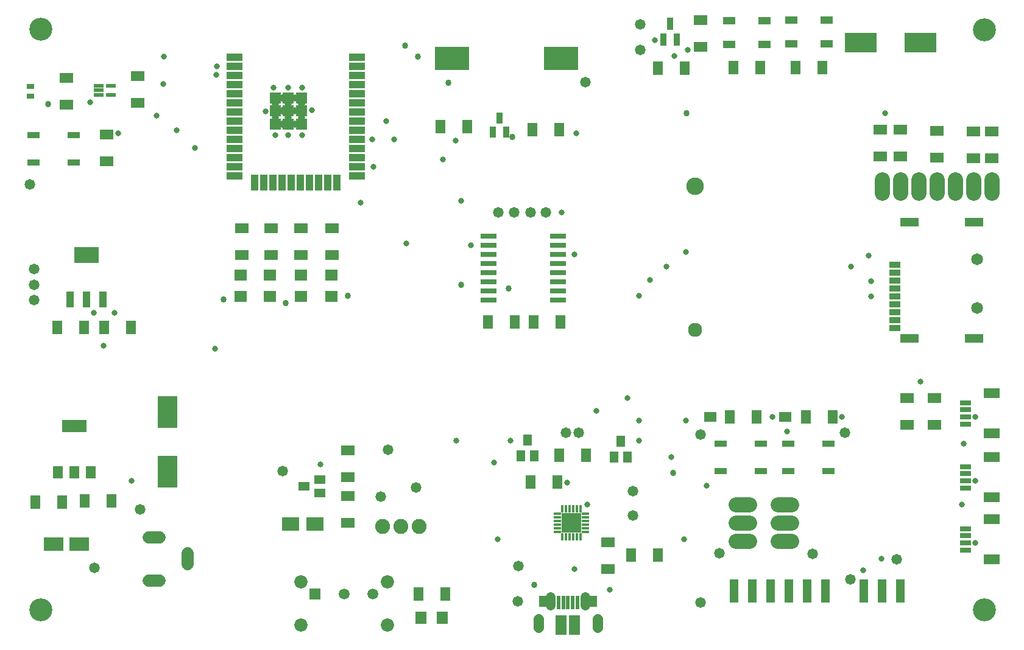
<source format=gbr>
G04 EAGLE Gerber RS-274X export*
G75*
%MOMM*%
%FSLAX34Y34*%
%LPD*%
%INSoldermask Top*%
%IPPOS*%
%AMOC8*
5,1,8,0,0,1.08239X$1,22.5*%
G01*
%ADD10C,3.203200*%
%ADD11R,2.203200X1.103200*%
%ADD12R,1.103200X2.203200*%
%ADD13R,1.533200X1.533200*%
%ADD14C,1.011200*%
%ADD15R,1.400000X1.900000*%
%ADD16R,1.900000X1.400000*%
%ADD17R,1.700000X1.500000*%
%ADD18R,1.500000X1.700000*%
%ADD19R,1.727200X0.965200*%
%ADD20C,1.473200*%
%ADD21R,1.203200X3.203200*%
%ADD22R,1.117600X0.457200*%
%ADD23R,0.457200X1.117600*%
%ADD24R,2.743200X2.743200*%
%ADD25R,1.203200X1.603200*%
%ADD26R,1.603200X1.203200*%
%ADD27R,2.387600X1.854200*%
%ADD28R,1.104800X2.269200*%
%ADD29R,3.404800X2.269200*%
%ADD30R,1.353200X0.553200*%
%ADD31R,1.092200X0.755700*%
%ADD32R,0.838200X1.600200*%
%ADD33R,4.703200X3.203200*%
%ADD34R,2.203200X1.403200*%
%ADD35R,1.553200X0.803200*%
%ADD36R,1.703200X1.103200*%
%ADD37R,0.812800X1.778000*%
%ADD38R,4.503200X2.703200*%
%ADD39R,2.286000X0.736600*%
%ADD40C,1.958200*%
%ADD41C,2.453200*%
%ADD42R,1.600200X0.812800*%
%ADD43R,2.590800X1.295400*%
%ADD44C,1.651000*%
%ADD45C,2.082800*%
%ADD46R,2.205431X1.646941*%
%ADD47R,2.197381X1.646731*%
%ADD48R,0.603200X1.953200*%
%ADD49R,1.578200X2.703200*%
%ADD50C,1.361200*%
%ADD51C,1.411200*%
%ADD52C,2.082800*%
%ADD53C,1.711200*%
%ADD54R,1.403200X1.803200*%
%ADD55R,3.503200X1.803200*%
%ADD56C,1.838200*%
%ADD57R,1.501200X1.501200*%
%ADD58C,1.501200*%
%ADD59R,2.764600X1.833200*%
%ADD60R,2.703200X4.503200*%
%ADD61R,0.838200X1.473200*%
%ADD62C,0.808000*%
%ADD63C,0.858000*%


D10*
X1352550Y847090D03*
X1352550Y40640D03*
X40640Y848360D03*
X40640Y40640D03*
D11*
X309970Y809520D03*
X309970Y796820D03*
X309970Y784120D03*
X309970Y771420D03*
X309970Y758720D03*
X309970Y746020D03*
X309970Y733320D03*
X309970Y720620D03*
X309970Y707920D03*
X309970Y695220D03*
X309970Y682520D03*
X309970Y669820D03*
X309970Y657120D03*
X309970Y644420D03*
D12*
X337820Y634420D03*
X350520Y634420D03*
X363220Y634420D03*
X375920Y634420D03*
X388620Y634420D03*
X401320Y634420D03*
X414020Y634420D03*
X426720Y634420D03*
X439420Y634420D03*
X452120Y634420D03*
D11*
X479970Y644420D03*
X479970Y657120D03*
X479970Y669820D03*
X479970Y682520D03*
X479970Y695220D03*
X479970Y707920D03*
X479970Y720620D03*
X479970Y733320D03*
X479970Y746020D03*
X479970Y758720D03*
X479970Y771420D03*
X479970Y784120D03*
X479970Y796820D03*
X479970Y809520D03*
D13*
X366620Y752870D03*
X384970Y752870D03*
X403320Y752870D03*
X366620Y734520D03*
X384970Y734520D03*
X403320Y734520D03*
X366620Y716170D03*
X384970Y716170D03*
X403320Y716170D03*
D14*
X375795Y752870D03*
X394145Y752870D03*
X366620Y743695D03*
X384970Y743695D03*
X403320Y743695D03*
X375795Y734520D03*
X394145Y734520D03*
X366620Y725345D03*
X384970Y725345D03*
X403320Y725345D03*
X375795Y716170D03*
X394145Y716170D03*
D15*
X1035770Y308610D03*
X998770Y308610D03*
D16*
X1244600Y297730D03*
X1244600Y334730D03*
X1282700Y297730D03*
X1282700Y334730D03*
D17*
X444500Y506490D03*
X444500Y476490D03*
D16*
X445770Y533950D03*
X445770Y570950D03*
D18*
X569200Y29210D03*
X599200Y29210D03*
D15*
X565700Y62230D03*
X602700Y62230D03*
X1104180Y308610D03*
X1141180Y308610D03*
D19*
X1079500Y271780D03*
X1135380Y271780D03*
X1079500Y233680D03*
X1135380Y233680D03*
X985520Y271780D03*
X1041400Y271780D03*
X985520Y233680D03*
X1041400Y233680D03*
D20*
X1158240Y287020D03*
X957580Y284480D03*
D21*
X1080770Y66510D03*
X1106170Y66510D03*
X1131570Y66510D03*
X1055370Y66510D03*
X1029970Y66510D03*
X1004570Y66510D03*
D20*
X1113790Y118110D03*
X957580Y50800D03*
X984250Y119380D03*
X1165860Y82550D03*
X1230630Y110490D03*
D21*
X1184910Y66510D03*
X1210310Y66510D03*
X1235710Y66510D03*
D15*
X798280Y255270D03*
X761280Y255270D03*
X721910Y218440D03*
X758910Y218440D03*
D22*
X759079Y173793D03*
X759079Y168792D03*
X759079Y163791D03*
X759079Y158789D03*
X759079Y153788D03*
X759079Y148787D03*
D23*
X766007Y141859D03*
X771008Y141859D03*
X776009Y141859D03*
X781011Y141859D03*
X786012Y141859D03*
X791013Y141859D03*
D22*
X797941Y148787D03*
X797941Y153788D03*
X797941Y158789D03*
X797941Y163791D03*
X797941Y168792D03*
X797941Y173793D03*
D23*
X791013Y180721D03*
X786012Y180721D03*
X781011Y180721D03*
X776009Y180721D03*
X771008Y180721D03*
X766007Y180721D03*
D24*
X778510Y161290D03*
D15*
X861610Y116840D03*
X898610Y116840D03*
D16*
X829310Y134070D03*
X829310Y97070D03*
D25*
X847090Y275160D03*
X856590Y253160D03*
X837590Y253160D03*
X717550Y276430D03*
X727050Y254430D03*
X708050Y254430D03*
D20*
X703580Y52070D03*
X704850Y101600D03*
X863600Y205740D03*
X863600Y171450D03*
X770890Y287020D03*
X788670Y287020D03*
D16*
X467360Y198840D03*
X467360Y161840D03*
X467360Y262340D03*
X467360Y225340D03*
D26*
X406830Y212090D03*
X428830Y221590D03*
X428830Y202590D03*
D27*
X388112Y160020D03*
X422148Y160020D03*
D20*
X513080Y198120D03*
X377190Y233680D03*
X562610Y210820D03*
X523240Y262890D03*
D28*
X81140Y472162D03*
X104140Y472162D03*
X127140Y472162D03*
D29*
X104140Y533678D03*
D15*
X101050Y433070D03*
X64050Y433070D03*
X128820Y433070D03*
X165820Y433070D03*
D20*
X31750Y514350D03*
X31750Y492760D03*
X31750Y471170D03*
D16*
X175260Y783040D03*
X175260Y746040D03*
D30*
X121040Y769770D03*
X121040Y763270D03*
X121040Y756770D03*
X138040Y756770D03*
X138040Y769770D03*
D31*
X26670Y755238D03*
X26670Y768763D03*
D16*
X76200Y743500D03*
X76200Y780500D03*
D19*
X86360Y662940D03*
X30480Y662940D03*
X86360Y701040D03*
X30480Y701040D03*
D16*
X132080Y664760D03*
X132080Y701760D03*
D20*
X25400Y632460D03*
D32*
X668680Y705210D03*
X687680Y705210D03*
X678180Y724810D03*
D15*
X724450Y708660D03*
X761450Y708660D03*
X596180Y712470D03*
X633180Y712470D03*
D33*
X764340Y807720D03*
X612340Y807720D03*
D20*
X797560Y774700D03*
D34*
X1362630Y110430D03*
X1362630Y166430D03*
D35*
X1325880Y123430D03*
X1325880Y133430D03*
X1325880Y143430D03*
X1325880Y153430D03*
D34*
X1362630Y196790D03*
X1362630Y252790D03*
D35*
X1325880Y209790D03*
X1325880Y219790D03*
X1325880Y229790D03*
X1325880Y239790D03*
D34*
X1362630Y285690D03*
X1362630Y341690D03*
D35*
X1325880Y298690D03*
X1325880Y308690D03*
X1325880Y318690D03*
X1325880Y328690D03*
D36*
X1046850Y826780D03*
X1046850Y859780D03*
X997850Y826780D03*
X997850Y859780D03*
D37*
X906145Y833628D03*
X925195Y833628D03*
X915670Y855472D03*
D38*
X1263240Y829310D03*
X1180240Y829310D03*
D15*
X898440Y793750D03*
X935440Y793750D03*
D16*
X957580Y860510D03*
X957580Y823510D03*
D36*
X1133210Y828050D03*
X1133210Y861050D03*
X1084210Y828050D03*
X1084210Y861050D03*
D15*
X1003850Y795020D03*
X1040850Y795020D03*
X1090210Y795020D03*
X1127210Y795020D03*
D20*
X873760Y819150D03*
X873760Y854710D03*
D39*
X662813Y560070D03*
X662813Y547370D03*
X662813Y534670D03*
X662813Y521970D03*
X662813Y509270D03*
X662813Y496570D03*
X662813Y483870D03*
X662813Y471170D03*
X759587Y471170D03*
X759587Y483870D03*
X759587Y496570D03*
X759587Y509270D03*
X759587Y521970D03*
X759587Y534670D03*
X759587Y547370D03*
X759587Y560070D03*
D40*
X949960Y429590D03*
D41*
X949960Y629590D03*
D15*
X662220Y440690D03*
X699220Y440690D03*
X762720Y440690D03*
X725720Y440690D03*
D20*
X676910Y593090D03*
X721360Y593090D03*
X698500Y593090D03*
X742950Y593090D03*
D42*
X1228112Y520160D03*
X1228112Y509160D03*
X1228112Y498160D03*
X1228112Y487160D03*
X1228112Y476160D03*
X1228112Y465160D03*
X1228112Y454160D03*
X1228112Y443160D03*
X1228112Y432160D03*
D43*
X1248112Y418360D03*
X1248112Y579860D03*
X1338112Y418360D03*
X1338112Y579860D03*
D44*
X1342390Y460248D03*
X1342390Y528320D03*
D16*
X1362710Y705570D03*
X1362710Y668570D03*
X1337310Y705570D03*
X1337310Y668570D03*
X1286510Y706840D03*
X1286510Y669840D03*
X1207770Y671110D03*
X1207770Y708110D03*
X1235710Y671110D03*
X1235710Y708110D03*
D45*
X1210310Y639318D02*
X1210310Y620522D01*
X1235710Y620522D02*
X1235710Y639318D01*
X1261110Y639318D02*
X1261110Y620522D01*
X1286510Y620522D02*
X1286510Y639318D01*
X1311910Y639318D02*
X1311910Y620522D01*
X1337310Y620522D02*
X1337310Y639318D01*
X1362710Y639318D02*
X1362710Y620522D01*
D46*
X744403Y52355D03*
D47*
X802443Y52356D03*
D48*
X760430Y50340D03*
X766930Y50340D03*
X773430Y50340D03*
X779930Y50340D03*
X786430Y50340D03*
D49*
X764055Y19590D03*
X782805Y19590D03*
D50*
X749180Y46600D02*
X749180Y58180D01*
X797680Y58180D02*
X797680Y46600D01*
D51*
X814430Y27630D02*
X814430Y15550D01*
X732430Y15550D02*
X732430Y27630D01*
D45*
X1065022Y135890D02*
X1083818Y135890D01*
X1083818Y161290D02*
X1065022Y161290D01*
X1065022Y186690D02*
X1083818Y186690D01*
X1025398Y135890D02*
X1006602Y135890D01*
X1006602Y161290D02*
X1025398Y161290D01*
X1025398Y186690D02*
X1006602Y186690D01*
D52*
X515620Y156210D03*
X541020Y156210D03*
X566420Y156210D03*
D53*
X205660Y141200D02*
X190580Y141200D01*
X190580Y81200D02*
X205660Y81200D01*
X245120Y103660D02*
X245120Y118740D01*
D54*
X64630Y232160D03*
X87630Y232160D03*
X110630Y232160D03*
D55*
X87630Y296160D03*
D15*
X33570Y190500D03*
X70570Y190500D03*
X102150Y191770D03*
X139150Y191770D03*
D56*
X402280Y19530D03*
X522280Y19530D03*
X522280Y79530D03*
X402280Y79530D03*
D57*
X422280Y62030D03*
D58*
X462280Y62030D03*
X502280Y62030D03*
D59*
X58517Y132080D03*
X93883Y132080D03*
D60*
X217170Y232820D03*
X217170Y315820D03*
D20*
X115570Y99060D03*
X179070Y180340D03*
D61*
X1079754Y308610D03*
X1071626Y308610D03*
X967486Y308610D03*
X975614Y308610D03*
D17*
X359410Y506490D03*
X359410Y476490D03*
D16*
X360680Y533950D03*
X360680Y570950D03*
D17*
X318770Y506490D03*
X318770Y476490D03*
D16*
X320040Y533950D03*
X320040Y570950D03*
D17*
X402590Y506490D03*
X402590Y476490D03*
D16*
X402590Y533950D03*
X402590Y570950D03*
D62*
X364490Y767080D03*
X384810Y767080D03*
X403860Y767080D03*
X417830Y735330D03*
X403860Y701040D03*
X384810Y701040D03*
X367030Y701040D03*
X353060Y734060D03*
X1320800Y186690D03*
X1323340Y271780D03*
X764540Y593090D03*
D63*
X726440Y74930D03*
D62*
X1078230Y288290D03*
D63*
X695960Y698500D03*
X50800Y744220D03*
X690880Y487680D03*
X467360Y477520D03*
X294640Y472440D03*
X381000Y467360D03*
X624840Y492760D03*
D62*
X831850Y68580D03*
X143510Y453390D03*
X114300Y453390D03*
X285750Y796820D03*
X638810Y547370D03*
X939800Y819150D03*
X782320Y97070D03*
X1214120Y731520D03*
X1263650Y358140D03*
X1154430Y308610D03*
X1339850Y133350D03*
X1339850Y219710D03*
X1339850Y308610D03*
X675640Y138430D03*
X894080Y833120D03*
X285115Y784225D03*
X255270Y683260D03*
X283210Y403860D03*
X618490Y275590D03*
X693420Y275590D03*
X872490Y275590D03*
X1057910Y308610D03*
X872490Y303530D03*
X937260Y303530D03*
X934720Y138430D03*
D63*
X919480Y231140D03*
D62*
X210820Y772160D03*
X212090Y810260D03*
X921025Y811255D03*
X229870Y707390D03*
X887730Y499110D03*
X1195070Y497840D03*
X501650Y694690D03*
X937260Y538480D03*
X1191260Y533400D03*
D63*
X547370Y825500D03*
D62*
X520700Y720090D03*
X910590Y518160D03*
X1167130Y518160D03*
D63*
X565150Y810260D03*
D62*
X1195070Y476250D03*
X872490Y477520D03*
X599440Y666750D03*
X532130Y694690D03*
X1209040Y111760D03*
X812800Y317500D03*
X855980Y335280D03*
X1183640Y95250D03*
X966470Y213360D03*
X916940Y252730D03*
X624840Y609600D03*
X548640Y549910D03*
X429260Y242570D03*
X128270Y407670D03*
X784860Y703580D03*
X670560Y245110D03*
D63*
X938530Y731520D03*
D62*
X201930Y727710D03*
X109220Y746760D03*
X148590Y703580D03*
X502920Y656590D03*
X617220Y693420D03*
X485140Y607060D03*
D63*
X607060Y773430D03*
D62*
X800100Y186690D03*
X772160Y217170D03*
X782320Y534670D03*
X167365Y219985D03*
M02*

</source>
